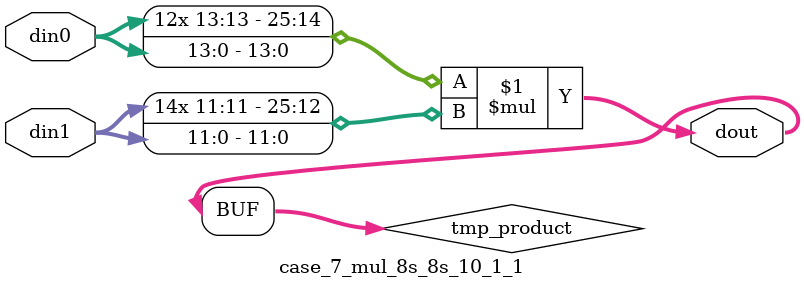
<source format=v>

`timescale 1 ns / 1 ps

 module case_7_mul_8s_8s_10_1_1(din0, din1, dout);
parameter ID = 1;
parameter NUM_STAGE = 0;
parameter din0_WIDTH = 14;
parameter din1_WIDTH = 12;
parameter dout_WIDTH = 26;

input [din0_WIDTH - 1 : 0] din0; 
input [din1_WIDTH - 1 : 0] din1; 
output [dout_WIDTH - 1 : 0] dout;

wire signed [dout_WIDTH - 1 : 0] tmp_product;



























assign tmp_product = $signed(din0) * $signed(din1);








assign dout = tmp_product;





















endmodule

</source>
